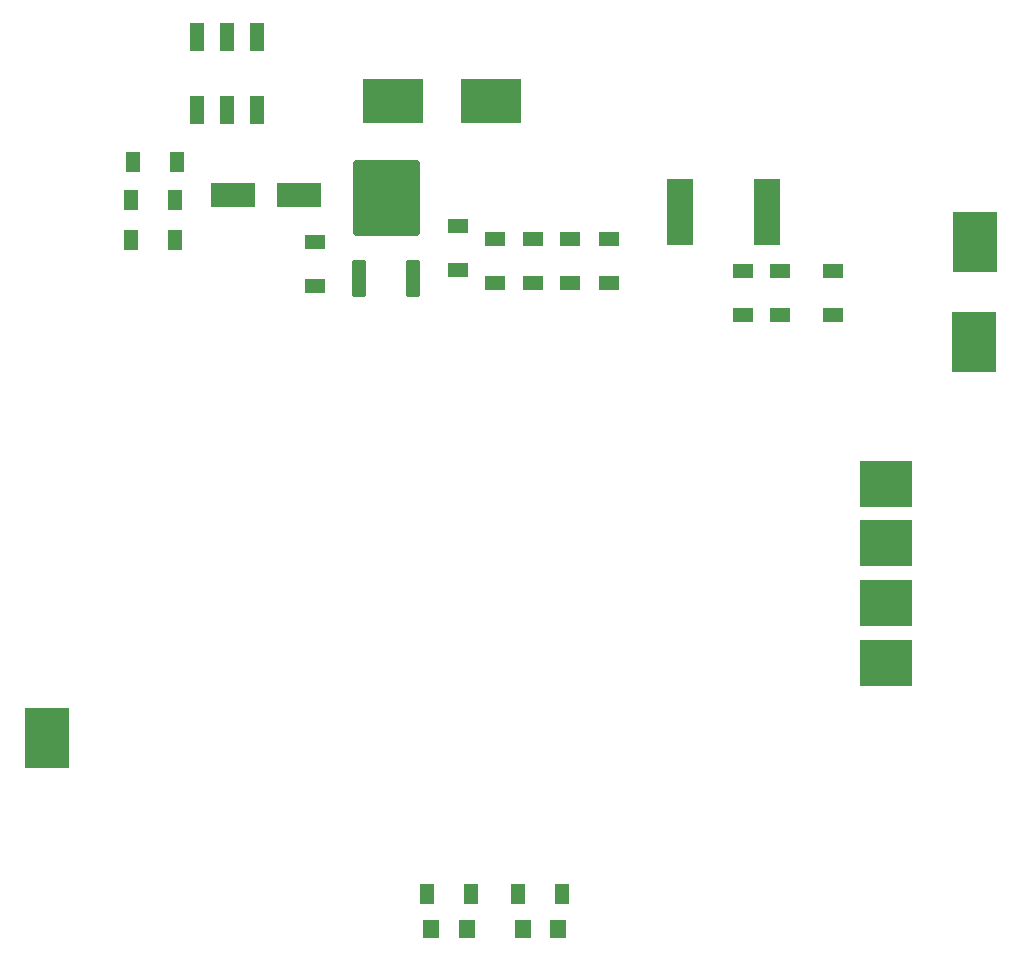
<source format=gbr>
G04 EAGLE Gerber RS-274X export*
G75*
%MOMM*%
%FSLAX34Y34*%
%LPD*%
%INSolderpaste Bottom*%
%IPPOS*%
%AMOC8*
5,1,8,0,0,1.08239X$1,22.5*%
G01*
%ADD10R,1.147000X2.408000*%
%ADD11R,3.810000X5.080000*%
%ADD12R,5.080000X3.810000*%
%ADD13R,3.754000X2.108000*%
%ADD14R,1.800000X1.300000*%
%ADD15R,1.400000X1.600000*%
%ADD16R,1.300000X1.800000*%
%ADD17R,4.445000X4.000000*%
%ADD18C,0.301000*%
%ADD19C,0.563000*%
%ADD20R,2.300000X5.600000*%


D10*
X459740Y956870D03*
X459740Y894790D03*
X485140Y956870D03*
X485140Y894790D03*
X510540Y956870D03*
X510540Y894790D03*
D11*
X332740Y363220D03*
X1117600Y698500D03*
X1118870Y783590D03*
D12*
X626110Y902970D03*
D13*
X546160Y822960D03*
X490160Y822960D03*
D14*
X998220Y758910D03*
X998220Y721910D03*
X953770Y721910D03*
X953770Y758910D03*
X922020Y758910D03*
X922020Y721910D03*
D15*
X735570Y201930D03*
X765570Y201930D03*
D16*
X769070Y231140D03*
X732070Y231140D03*
D17*
X1043140Y426500D03*
X1043140Y477500D03*
X1043140Y528500D03*
X1043140Y578500D03*
D18*
X647135Y766405D02*
X638105Y766405D01*
X647135Y766405D02*
X647135Y738435D01*
X638105Y738435D01*
X638105Y766405D01*
X638105Y741294D02*
X647135Y741294D01*
X647135Y744153D02*
X638105Y744153D01*
X638105Y747012D02*
X647135Y747012D01*
X647135Y749871D02*
X638105Y749871D01*
X638105Y752730D02*
X647135Y752730D01*
X647135Y755589D02*
X638105Y755589D01*
X638105Y758448D02*
X647135Y758448D01*
X647135Y761307D02*
X638105Y761307D01*
X638105Y764166D02*
X647135Y764166D01*
D19*
X645095Y850345D02*
X594425Y850345D01*
X645095Y850345D02*
X645095Y791495D01*
X594425Y791495D01*
X594425Y850345D01*
X594425Y796843D02*
X645095Y796843D01*
X645095Y802191D02*
X594425Y802191D01*
X594425Y807539D02*
X645095Y807539D01*
X645095Y812887D02*
X594425Y812887D01*
X594425Y818235D02*
X645095Y818235D01*
X645095Y823583D02*
X594425Y823583D01*
X594425Y828931D02*
X645095Y828931D01*
X645095Y834279D02*
X594425Y834279D01*
X594425Y839627D02*
X645095Y839627D01*
X645095Y844975D02*
X594425Y844975D01*
X594425Y850323D02*
X645095Y850323D01*
D18*
X601415Y766405D02*
X592385Y766405D01*
X601415Y766405D02*
X601415Y738435D01*
X592385Y738435D01*
X592385Y766405D01*
X592385Y741294D02*
X601415Y741294D01*
X601415Y744153D02*
X592385Y744153D01*
X592385Y747012D02*
X601415Y747012D01*
X601415Y749871D02*
X592385Y749871D01*
X592385Y752730D02*
X601415Y752730D01*
X601415Y755589D02*
X592385Y755589D01*
X592385Y758448D02*
X601415Y758448D01*
X601415Y761307D02*
X592385Y761307D01*
X592385Y764166D02*
X601415Y764166D01*
D14*
X775970Y785580D03*
X775970Y748580D03*
X808990Y748580D03*
X808990Y785580D03*
X712470Y748580D03*
X712470Y785580D03*
X744220Y785580D03*
X744220Y748580D03*
X560070Y783040D03*
X560070Y746040D03*
X680720Y760010D03*
X680720Y797010D03*
D12*
X708660Y902970D03*
D16*
X405680Y850900D03*
X442680Y850900D03*
X441410Y819150D03*
X404410Y819150D03*
X404410Y784860D03*
X441410Y784860D03*
D15*
X658100Y201930D03*
X688100Y201930D03*
D16*
X691600Y231140D03*
X654600Y231140D03*
D20*
X868510Y808990D03*
X942510Y808990D03*
M02*

</source>
